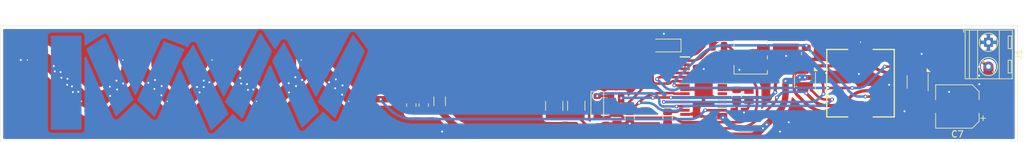
<source format=kicad_pcb>
(kicad_pcb (version 20240108) (generator "pcbnew") (generator_version "8.0")
  (layers (0 "F.Cu" signal) (31 "B.Cu" signal) (34 "B.Paste" user) (35 "F.Paste" user) (36 "B.SilkS" user "B.Silkscreen") (37 "F.SilkS" user "F.Silkscreen") (38 "B.Mask" user) (39 "F.Mask" user) (44 "Edge.Cuts" user))
  (net 0 "")
  (net 1 "Net-(LED1-K_1)")
  (net 2 "Net-(LED1-A_1)")
  (net 3 "Net-(LED2-A_1)")
  (net 4 "Net-(LED3-A_1)")
  (net 5 "Net-(LED5-A_1)")
  (net 6 "Net-(LED6-A_1)")
  (net 7 "Net-(LED7-A_1)")
  (net 8 "Net-(D1-A)")
  (net 9 "GND")
  (net 10 "Net-(C5-Pad1)")
  (net 11 "Net-(IC1-COMP1)")
  (net 12 "+24V")
  (net 13 "Net-(D1-K)")
  (net 14 "Net-(D2-K)")
  (net 15 "Net-(IC1-CSP)")
  (net 16 "Net-(IC1-ISN)")
  (net 17 "Net-(IC1-DH2)")
  (net 18 "Net-(IC1-ICTRL)")
  (net 20 "Net-(IC1-LX1)")
  (net 21 "Net-(IC1-LX2)")
  (net 23 "Net-(IC1-INN)")
  (net 27 "Net-(IC1-DL2)")
  (net 28 "Net-(IC1-DL1)")
  (net 29 "Net-(IC1-DH1)")
  (net 30 "+12V")
  (net 32 "Net-(Q1B-S2)")
  (footprint "LED_SMD:SPMWHD32AMH0XAR0PR" (layer "F.Cu") (at 145.775 90.35 90)
    (property "Reference" "LED1" (hide yes))
    (property "Value" "SPMWHD32AMH0XAR0PR" (hide yes))
  )
  (footprint "Resistor_SMD:R_0805_2012Metric" (layer "F.Cu") (at 226.35 95.95 -90)
    (property "Reference" "R4" (hide yes))
    (property "Value" "100")
  )
  (footprint "Resistor_SMD:R_1210_3225Metric" (layer "F.Cu") (at 197.69 97.5675 -90)
    (property "Reference" "R1" (hide yes))
    (property "Value" "0.02")
  )
  (footprint "LED_SMD:SPMWHD32AMH0XAR0PR" (layer "F.Cu") (at 125.275 96.85 90)
    (property "Reference" "LED6" (hide yes))
    (property "Value" "SPMWHD32AMH0XAR0PR" (hide yes))
  )
  (footprint "Resistor_SMD:R_0805_2012Metric" (layer "F.Cu") (at 177.195 97.44 -90)
    (property "Reference" "RLED1" (hide yes))
    (property "Value" "2")
  )
  (footprint "Package_SON:Fairchild_DualPower33-6_3x3mm" (layer "F.Cu") (at 237.075 93.66 -90)
    (property "Reference" "Q1" (hide yes))
    (property "Value" "FDMC8032L")
  )
  (footprint "LED_SMD:SPMWHD32AMH0XAR0PR" (layer "F.Cu") (at 159.775 90.35 90)
    (property "Reference" "LED3" (hide yes))
    (property "Value" "SPMWHD32AMH0XAR0PR" (hide yes))
  )
  (footprint "LED_SMD:SPMWHD32AMH0XAR0PR" (layer "F.Cu") (at 167.275 96.85 90)
    (property "Reference" "LED4" (hide yes))
    (property "Value" "SPMWHD32AMH0XAR0PR" (hide yes))
  )
  (footprint "Capacitor_SMD:CAPC2012X140N" (layer "F.Cu") (at 256.2 89.4 180)
    (property "Reference" "C4" (hide yes))
    (property "Value" "1uF" (hide yes))
  )
  (footprint "Resistor_SMD:R_0805_2012Metric" (layer "F.Cu") (at 175.2375 97.4375 -90)
    (property "Reference" "RLED2" (hide yes))
    (property "Value" "2" (hide yes))
  )
  (footprint "Capacitor_SMD:C_1206_3216Metric" (layer "F.Cu") (at 179.69 96.85 90)
    (property "Reference" "COUT1" (hide yes))
    (property "Value" "10u")
  )
  (footprint "Resistor_SMD:R_0805_2012Metric" (layer "F.Cu") (at 223.45 88.2)
    (property "Reference" "R5" (hide yes))
    (property "Value" "100k")
  )
  (footprint "Diode_SMD:D_SOD-123" (layer "F.Cu") (at 204.45 97.675 -90)
    (property "Reference" "D1" (hide yes))
    (property "Value" "D")
  )
  (footprint "3rdparty:CAPC2012X140N" (layer "F.Cu") (at 228.275 95.95 -90)
    (property "Reference" "C6" (hide yes))
    (property "Value" "1.5n" (hide yes))
  )
  (footprint "Resistor_SMD:R_1210_3225Metric" (layer "F.Cu") (at 201.15 97.5475 -90)
    (property "Reference" "R3" (hide yes))
    (property "Value" "0.02")
  )
  (footprint "Capacitor_SMD:CAPC2012X140N" (layer "F.Cu") (at 207.4 96.35 180)
    (property "Reference" "C2" (hide yes))
    (property "Value" "0.1u" (hide yes))
  )
  (footprint "LED_SMD:SPMWHD32AMH0XAR0PR" (layer "F.Cu") (at 116.775 90.35 90)
    (property "Reference" "LED5" (hide yes))
    (property "Value" "SPMWHD32AMH0XAR0PR" (hide yes))
  )
  (footprint "LED_SMD:SOP65P640X110-29N" (layer "F.Cu") (at 221.162 94.675)
    (property "Reference" "IC1" (hide yes))
    (property "Value" "MAX25603AUI_V+" (hide yes))
  )
  (footprint "Potentiometer_SMD:Potentiometer_Vishay_TS53YJ_Vertical" (layer "F.Cu") (at 228.55 89.95)
    (property "Reference" "RV1" (hide yes))
    (property "Value" "10k")
  )
  (footprint "3rdparty:CAPC2012X140N" (layer "F.Cu") (at 226.7 98.6)
    (property "Reference" "C5" (hide yes))
    (property "Value" "0.1u" (hide yes))
  )
  (footprint "Inductor_SMD_Wurth:7843332000" (layer "F.Cu") (at 245.8 94 -90)
    (property "Reference" "L1" (hide yes))
    (property "Value" "20u" (hide yes))
  )
  (footprint "Package_SON:Fairchild_DualPower33-6_3x3mm" (layer "F.Cu") (at 254.775 93.81 -90)
    (property "Reference" "Q2" (hide yes))
    (property "Value" "FDMC8032L")
  )
  (footprint "Resistor_SMD:R_0805_2012Metric" (layer "F.Cu") (at 209.55 99.425 -90)
    (property "Reference" "RDL1" (hide yes))
    (property "Value" "10k")
  )
  (footprint "Resistor_SMD:R_0805_2012Metric" (layer "F.Cu") (at 237.28 89.34 -90)
    (property "Reference" "RDL2" (hide yes))
    (property "Value" "10k" (hide yes))
  )
  (footprint "LED_SMD:SPMWHD32AMH0XAR0PR" (layer "F.Cu") (at 138.775 96.85 90)
    (property "Reference" "LED8" (hide yes))
    (property "Value" "SPMWHD32AMH0XAR0PR" (hide yes))
  )
  (footprint "Capacitor_SMD:CP_Elec_6.3x5.4" (layer "F.Cu") (at 261.02 97.66 180)
    (property "Reference" "C7")
    (property "Value" "68uF")
  )
  (footprint "3rdparty:CAPC2012X140N" (layer "F.Cu") (at 207.55 99.6 -90)
    (property "Reference" "C1" (hide yes))
    (property "Value" "2.2u" (hide yes))
  )
  (footprint "LED_SMD:SPMWHD32AMH0XAR0PR" (layer "F.Cu") (at 131.775 90.35 90)
    (property "Reference" "LED7" (hide yes))
    (property "Value" "SPMWHD32AMH0XAR0PR" (hide yes))
  )
  (footprint "Diode_SMD:D_SOD-123" (layer "F.Cu") (at 215.25 88.075 180)
    (property "Reference" "D2" (hide yes))
    (property "Value" "D")
  )
  (footprint "LED_SMD:SPMWHD32AMH0XAR0PR" (layer "F.Cu") (at 152.775 96.85 90)
    (property "Reference" "LED2" (hide yes))
    (property "Value" "SPMWHD32AMH0XAR0PR" (hide yes))
  )
  (footprint "Capacitor_SMD:CAPC2012X140N" (layer "F.Cu") (at 215.4 90.875 90)
    (property "Reference" "C3" (hide yes))
    (property "Value" "0.1u" (hide yes))
  )
  (footprint "Resistor_SMD:R_0805_2012Metric" (layer "F.Cu") (at 215.5 99.4125 -90)
    (property "Reference" "R2" (hide yes))
    (property "Value" "1.27k")
  )
  (footprint "TerminalBlock_MetzConnect:TerminalBlock_MetzConnect_Type086_RT03402HBLC_1x02_P3.81mm_Horizontal" (layer "F.Cu") (at 265.9 87.58 -90)
    (property "Reference" "J1")
    (property "Value" "Screw_Terminal_01x02")
  )
  (gr_rect (start 223.375 98.775) (end 224.775 99.6) (stroke (width 0.2)) (fill solid) (layer "F.Cu") (net 12))
  (gr_rect (start 118.725 86.65) (end 123.325 101.2) (stroke (width 0.2)) (fill solid) (layer "B.Cu") (net 5))
  (gr_poly (pts (xy 153.277798 88.999079) (xy 151.527798 86.249079) (xy 146.077798 96.949079) (xy 148.677798 99.449079)) (stroke (width 0.2)) (fill solid) (layer "B.Cu") (net 2))
  (gr_poly (pts (xy 139.475 88.7) (xy 136.425 87.55) (xy 132.275 96.65) (xy 134.875 99.15)) (stroke (width 0.2)) (fill solid) (layer "B.Cu") (net 7))
  (gr_poly (pts (xy 124.275 88.65) (xy 127.075 86.8) (xy 131.475 96.6) (xy 128.875 99.1)) (stroke (width 0.2)) (fill solid) (layer "B.Cu") (net 6))
  (gr_poly (pts (xy 153.475 90.45) (xy 155.225 87.7) (xy 160.675 98.4) (xy 158.075 100.9)) (stroke (width 0.2)) (fill solid) (layer "B.Cu") (net 3))
  (gr_poly (pts (xy 167.825 88.95) (xy 166.08 86.55) (xy 160.625 96.9) (xy 163.225 99.4)) (stroke (width 0.2)) (fill solid) (layer "B.Cu") (net 4))
  (gr_poly (pts (xy 139.225 90.85) (xy 140.975 88.1) (xy 146.425 98.8) (xy 143.825 101.3)) (stroke (width 0.2)) (fill solid) (layer "B.Cu") (net 1))
  (gr_rect (start 110.65 85) (end 270.5 103.25) (stroke (width 0.05)) (fill none) (layer "Edge.Cuts"))
  (segment (start 144.7 91.2) (end 144.7 90.35) (width 2) (layer "F.Cu") (net 1))
  (segment (start 144.098959 92.65104) (end 139.9 96.85) (width 2) (layer "F.Cu") (net 1))
  (via (at 143.525 93.85) (size 0.6) (drill 0.3) (layers "F.Cu" "B.Cu") (net 1))
  (via (at 141.975 95.45) (size 0.6) (drill 0.3) (layers "F.Cu" "B.Cu") (net 1))
  (via (at 141.575 94.6) (size 0.6) (drill 0.3) (layers "F.Cu" "B.Cu") (net 1))
  (via (at 142.625 93.6) (size 0.6) (drill 0.3) (layers "F.Cu" "B.Cu") (net 1))
  (via (at 142.625 94.6) (size 0.6) (drill 0.3) (layers "F.Cu" "B.Cu") (net 1))
  (arc (start 144.7 91.2) (mid 144.543794 91.985297) (end 144.098959 92.65104) (width 2) (layer "F.Cu") (net 1))
  (segment (start 147.518718 92.718718) (end 151.65 96.85) (width 2) (layer "F.Cu") (net 2))
  (segment (start 146.9 91.225) (end 146.9 90.35) (width 2) (layer "F.Cu") (net 2))
  (via (at 148.375 93.2) (size 0.6) (drill 0.3) (layers "F.Cu" "B.Cu") (net 2))
  (via (at 148.525 94.05) (size 0.6) (drill 0.3) (layers "F.Cu" "B.Cu") (net 2))
  (via (at 149.425 94.15) (size 0.6) (drill 0.3) (layers "F.Cu" "B.Cu") (net 2))
  (via (at 149.575 95.05) (size 0.6) (drill 0.3) (layers "F.Cu" "B.Cu") (net 2))
  (via (at 150.425 95) (size 0.6) (drill 0.3) (layers "F.Cu" "B.Cu") (net 2))
  (arc (start 146.9 91.225) (mid 147.060799 92.033394) (end 147.518718 92.718718) (width 2) (layer "F.Cu") (net 2))
  (segment (start 158.65 91.225) (end 158.65 90.35) (width 2) (layer "F.Cu") (net 3))
  (segment (start 158.031281 92.718718) (end 153.9 96.85) (width 2) (layer "F.Cu") (net 3))
  (via (at 157.125 94.45) (size 0.6) (drill 0.3) (layers "F.Cu" "B.Cu") (net 3))
  (via (at 156.025 95.45) (size 0.6) (drill 0.3) (layers "F.Cu" "B.Cu") (net 3))
  (via (at 155.975 94) (size 0.6) (drill 0.3) (layers "F.Cu" "B.Cu") (net 3))
  (via (at 158.075 93.5) (size 0.6) (drill 0.3) (layers "F.Cu" "B.Cu") (net 3))
  (via (at 157.025 93.05) (size 0.6) (drill 0.3) (layers "F.Cu" "B.Cu") (net 3))
  (arc (start 158.031281 92.718718) (mid 158.4892 92.033394) (end 158.65 91.225) (width 2) (layer "F.Cu") (net 3))
  (segment (start 160.9 90.975) (end 160.9 90.35) (width 2) (layer "F.Cu") (net 4))
  (segment (start 162.394654 93.094654) (end 166.15 96.85) (width 2) (layer "F.Cu") (net 4))
  (segment (start 161.692845 92.392845) (end 162.394654 93.094654) (width 2) (layer "F.Cu") (net 4))
  (segment (start 161.341941 92.041941) (end 161.692845 92.392845) (width 2) (layer "F.Cu") (net 4))
  (via (at 164.425 94.35) (size 0.6) (drill 0.3) (layers "F.Cu" "B.Cu") (net 4))
  (via (at 163.275 94.8) (size 0.6) (drill 0.3) (layers "F.Cu" "B.Cu") (net 4))
  (via (at 163.375 93.4) (size 0.6) (drill 0.3) (layers "F.Cu" "B.Cu") (net 4))
  (via (at 162.325 93.85) (size 0.6) (drill 0.3) (layers "F.Cu" "B.Cu") (net 4))
  (via (at 164.375 95.8) (size 0.6) (drill 0.3) (layers "F.Cu" "B.Cu") (net 4))
  (arc (start 161.341941 92.041941) (mid 161.014856 91.552424) (end 160.9 90.975) (width 2) (layer "F.Cu") (net 4))
  (segment (start 117.988388 90.688388) (end 124.15 96.85) (width 2) (layer "F.Cu") (net 5))
  (segment (start 117.9 90.475) (end 117.9 90.35) (width 2) (layer "F.Cu") (net 5))
  (via (at 119.225 92.15) (size 0.6) (drill 0.3) (layers "F.Cu" "B.Cu") (net 5))
  (via (at 122.925 95.35) (size 0.6) (drill 0.3) (layers "F.Cu" "B.Cu") (net 5))
  (via (at 119.075 91.3) (size 0.6) (drill 0.3) (layers "F.Cu" "B.Cu") (net 5))
  (via (at 121.225 93.3) (size 0.6) (drill 0.3) (layers "F.Cu" "B.Cu") (net 5))
  (via (at 121.925 94.5) (size 0.6) (drill 0.3) (layers "F.Cu" "B.Cu") (net 5))
  (via (at 121.175 94.25) (size 0.6) (drill 0.3) (layers "F.Cu" "B.Cu") (net 5))
  (via (at 122.075 95.4) (size 0.6) (drill 0.3) (layers "F.Cu" "B.Cu") (net 5))
  (via (at 120.125 92.25) (size 0.6) (drill 0.3) (layers "F.Cu" "B.Cu") (net 5))
  (via (at 120.275 93.15) (size 0.6) (drill 0.3) (layers "F.Cu" "B.Cu") (net 5))
  (arc (start 117.9 90.475) (mid 117.922971 90.590484) (end 117.988388 90.688388) (width 2) (layer "F.Cu") (net 5))
  (segment (start 130.7 91.45) (end 130.7 90.35) (width 2) (layer "F.Cu") (net 6))
  (segment (start 129.922182 93.327817) (end 126.4 96.85) (width 2) (layer "F.Cu") (net 6))
  (via (at 127.925 96) (size 0.6) (drill 0.3) (layers "F.Cu" "B.Cu") (net 6))
  (via (at 129.025 95) (size 0.6) (drill 0.3) (layers "F.Cu" "B.Cu") (net 6))
  (via (at 129.975 94.05) (size 0.6) (drill 0.3) (layers "F.Cu" "B.Cu") (net 6))
  (via (at 128.925 93.6) (size 0.6) (drill 0.3) (layers "F.Cu" "B.Cu") (net 6))
  (via (at 127.875 94.55) (size 0.6) (drill 0.3) (layers "F.Cu" "B.Cu") (net 6))
  (arc (start 130.7 91.45) (mid 130.497851 92.466267) (end 129.922182 93.327817) (width 2) (layer "F.Cu") (net 6))
  (segment (start 132.9 91.225) (end 132.9 90.35) (width 2) (layer "F.Cu") (net 7))
  (segment (start 133.518718 92.718718) (end 137.65 96.85) (width 2) (layer "F.Cu") (net 7))
  (via (at 134.875 94.9) (size 0.6) (drill 0.3) (layers "F.Cu" "B.Cu") (net 7))
  (via (at 135.975 95.9) (size 0.6) (drill 0.3) (layers "F.Cu" "B.Cu") (net 7))
  (via (at 133.925 93.95) (size 0.6) (drill 0.3) (layers "F.Cu" "B.Cu") (net 7))
  (via (at 134.975 93.5) (size 0.6) (drill 0.3) (layers "F.Cu" "B.Cu") (net 7))
  (via (at 136.025 94.45) (size 0.6) (drill 0.3) (layers "F.Cu" "B.Cu") (net 7))
  (arc (start 133.518718 92.718718) (mid 133.060799 92.033394) (end 132.9 91.225) (width 2) (layer "F.Cu") (net 7))
  (segment (start 213.025 88.65) (end 213.6 88.075) (width 0.4) (layer "F.Cu") (net 8))
  (segment (start 227.279547 93.05) (end 224.1 93.05) (width 0.4) (layer "F.Cu") (net 8))
  (segment (start 207.919769 98.504064) (end 208.73023 97.693603) (width 0.4) (layer "F.Cu") (net 8))
  (segment (start 208.73023 97.693603) (end 210.856207 95.567626) (width 0.4) (layer "F.Cu") (net 8))
  (segment (start 208.325 99.11772) (end 208.325 98.671917) (width 0.4) (layer "F.Cu") (net 8))
  (segment (start 214.782672 99.4125) (end 216.233686 99.4125) (width 0.4) (layer "F.Cu") (net 8))
  (segment (start 207.34629 98.84) (end 207.212946 98.84) (width 0.4) (layer "F.Cu") (net 8))
  (segment (start 217.953813 100.125) (end 226.562563 100.125) (width 0.4) (layer "F.Cu") (net 8))
  (segment (start 214.752495 99.425) (end 208.632279 99.425) (width 0.4) (layer "F.Cu") (net 8))
  (segment (start 206.042053 99.325) (end 204.45 99.325) (width 0.4) (layer "F.Cu") (net 8))
  (segment (start 207.919769 98.504064) (end 207.751801 98.672032) (width 0.4) (layer "F.Cu") (net 8))
  (segment (start 229.55 97.137563) (end 229.55 95.320452) (width 0.4) (layer "F.Cu") (net 8))
  (segment (start 212.45 90.038172) (end 212.45 91.71987) (width 0.4) (layer "F.Cu") (net 8))
  (arc (start 208.415 99.335) (mid 208.34839 99.235311) (end 208.325 99.11772) (width 0.4) (layer "F.Cu") (net 8))
  (arc (start 214.782672 99.4125) (mid 214.774506 99.414124) (end 214.767584 99.41875) (width 0.4) (layer "F.Cu") (net 8))
  (arc (start 207.919769 98.504064) (mid 208.178462 98.452607) (end 208.325 98.671917) (width 0.4) (layer "F.Cu") (net 8))
  (arc (start 208.415 99.335) (mid 208.514688 99.401609) (end 208.632279 99.425) (width 0.4) (layer "F.Cu") (net 8))
  (arc (start 208.73023 97.693603) (mid 208.430315 98.142457) (end 208.325 98.671917) (width 0.4) (layer "F.Cu") (net 8))
  (arc (start 207.212946 98.84) (mid 206.896105 98.903023) (end 206.6275 99.0825) (width 0.4) (layer "F.Cu") (net 8))
  (arc (start 207.751801 98.672032) (mid 207.565751 98.796346) (end 207.34629 98.84) (width 0.4) (layer "F.Cu") (net 8))
  (arc (start 214.752495 99.425) (mid 214.760661 99.423375) (end 214.767584 99.41875) (width 0.4) (layer "F.Cu") (net 8))
  (arc (start 229.55 97.137563) (mid 229.322594 98.280805) (end 228.675 99.25) (width 0.4) (layer "F.Cu") (net 8))
  (arc (start 228.885 93.715) (mid 229.377172 94.451587) (end 229.55 95.320452) (width 0.4) (layer "F.Cu") (net 8))
  (arc (start 217.953813 100.125) (mid 217.48835 100.032413) (end 217.09375 99.76875) (width 0.4) (layer "F.Cu") (net 8))
  (arc (start 228.885 93.715) (mid 228.148412 93.222827) (end 227.279547 93.05) (width 0.4) (layer "F.Cu") (net 8))
  (arc (start 212.45 90.038172) (mid 212.599437 89.286898) (end 213.025 88.65) (width 0.4) (layer "F.Cu") (net 8))
  (arc (start 217.09375 99.76875) (mid 216.699149 99.505086) (end 216.233686 99.4125) (width 0.4) (layer "F.Cu") (net 8))
  (arc (start 206.6275 99.0825) (mid 206.358894 99.261976) (end 206.042053 99.325) (width 0.4) (layer "F.Cu") (net 8))
  (arc (start 226.562563 100.125) (mid 227.705805 99.897594) (end 228.675 99.25) (width 0.4) (layer "F.Cu") (net 8))
  (arc (start 212.45 91.71987) (mid 212.035786 93.80226) (end 210.856207 95.567626) (width 0.4) (layer "F.Cu") (net 8))
  (segment (start 220.60719 95) (end 218.224 95) (width 0.4) (layer "F.Cu") (net 9))
  (segment (start 223.4435 96.3) (end 224.1 96.3) (width 0.4) (layer "F.Cu") (net 9))
  (segment (start 221.3245 94.8375) (end 222.322784 95.835784) (width 0.4) (layer "F.Cu") (net 9))
  (segment (start 113.917071 90.35) (end 116.275 90.35) (width 0.5) (layer "F.Cu") (net 9))
  (segment (start 222.73 92.189579) (end 222.73 93.455) (width 0.4) (layer "F.Cu") (net 9))
  (segment (start 222.826429 93.7) (end 224.1 93.7) (width 0.4) (layer "F.Cu") (net 9))
  (segment (start 220.304809 97.95669) (end 219.763666 98.497832) (width 0.4) (layer "F.Cu") (net 9))
  (segment (start 221.6495 94.1875) (end 221.3245 94.5125) (width 0.4) (layer "F.Cu") (net 9))
  (segment (start 113.905 90.355) (end 113.9 90.36) (width 0.5) (layer "F.Cu") (net 9))
  (segment (start 223.169579 91.75) (end 224.1 91.75) (width 0.4) (layer "F.Cu") (net 9))
  (segment (start 218.79275 98.9) (end 218.224 98.9) (width 0.4) (layer "F.Cu") (net 9))
  (segment (start 227.5 98.6) (end 227.89493 98.205069) (width 0.4) (layer "F.Cu") (net 9))
  (segment (start 220.9995 94.8375) (end 221.3245 94.5125) (width 0.4) (layer "F.Cu") (net 9))
  (segment (start 228.275 97.2875) (end 228.275 96.75) (width 0.4) (layer "F.Cu") (net 9))
  (segment (start 221.162 94.904809) (end 221.162 95.88725) (width 0.4) (layer "F.Cu") (net 9))
  (via (at 226.77 91.9) (size 0.6) (drill 0.3) (layers "F.Cu" "B.Cu") (net 9))
  (via (at 264.45 92.8) (size 0.6) (drill 0.3) (layers "F.Cu" "B.Cu") (net 9))
  (via (at 264.45 91.4) (size 0.6) (drill 0.3) (layers "F.Cu" "B.Cu") (net 9))
  (via (at 252.71 98.41) (size 0.6) (drill 0.3) (layers "F.Cu" "B.Cu") (net 9))
  (via (at 227.5 98.6) (size 0.6) (drill 0.3) (layers "F.Cu" "B.Cu") (net 9))
  (via (at 180.08 101.6) (size 0.6) (drill 0.3) (layers "F.Cu" "B.Cu") (net 9))
  (via (at 214.91 86.24) (size 0.6) (drill 0.3) (layers "F.Cu" "B.Cu") (net 9))
  (via (at 221.175 91.775) (size 0.6) (drill 0.3) (layers "F.Cu" "B.Cu") (net 9))
  (via (at 233.16 101.6) (size 0.6) (drill 0.3) (layers "F.Cu" "B.Cu") (net 9))
  (via (at 240.4 92.4) (size 0.6) (drill 0.3) (layers "F.Cu" "B.Cu") (net 9))
  (via (at 209.55 100.3375) (size 0.6) (drill 0.3) (layers "F.Cu" "B.Cu") (net 9))
  (via (at 234.12 89.72) (size 0.6) (drill 0.3) (layers "F.Cu" "B.Cu") (net 9))
  (via (at 245.55 92.55) (size 0.6) (drill 0.3) (layers "F.Cu" "B.Cu") (net 9))
  (via (at 113.9 90.36) (size 0.6) (drill 0.3) (layers "F.Cu" "B.Cu") (net 9))
  (via (at 234.53 100.14) (size 0.6) (drill 0.3) (layers "F.Cu" "B.Cu") (net 9))
  (via (at 259.72 95.37) (size 0.6) (drill 0.3) (layers "F.Cu" "B.Cu") (net 9))
  (via (at 255.4 89.4) (size 0.6) (drill 0.3) (layers "F.Cu" "B.Cu") (net 9))
  (via (at 250.3 94.25) (size 0.6) (drill 0.3) (layers "F.Cu" "B.Cu") (net 9))
  (via (at 264.45 94.15) (size 0.6) (drill 0.3) (layers "F.Cu" "B.Cu") (net 9))
  (arc (start 222.85875 91.87875) (mid 222.763461 92.021359) (end 222.73 92.189579) (width 0.4) (layer "F.Cu") (net 9))
  (arc (start 221.162 94.904809) (mid 221.220762 94.816865) (end 221.3245 94.8375) (width 0.4) (layer "F.Cu") (net 9))
  (arc (start 228.275 97.2875) (mid 228.176223 97.784085) (end 227.89493 98.205069) (width 0.4) (layer "F.Cu") (net 9))
  (arc (start 220.304809 97.95669) (mid 220.939223 97.007222) (end 221.162 95.88725) (width 0.4) (layer "F.Cu") (net 9))
  (arc (start 220.9995 94.8375) (mid 220.819506 94.957767) (end 220.60719 95) (width 0.4) (layer "F.Cu") (net 9))
  (arc (start 222.322784 95.835784) (mid 222.836972 96.179354) (end 223.4435 96.3) (width 0.4) (layer "F.Cu") (net 9))
  (arc (start 221.3245 94.8375) (mid 221.303865 94.733762) (end 221.391809 94.675) (width 0.4) (layer "F.Cu") (net 9))
  (arc (start 221.162 94.904809) (mid 221.103237 94.816865) (end 220.9995 94.8375) (width 0.4) (layer "F.Cu") (net 9))
  (arc (start 113.905 90.355) (mid 113.910538 90.351299) (end 113.917071 90.35) (width 0.5) (layer "F.Cu") (net 9))
  (arc (start 221.391809 94.675) (mid 221.303865 94.616237) (end 221.3245 94.5125) (width 0.4) (layer "F.Cu") (net 9))
  (arc (start 222.85875 91.87875) (mid 223.001359 91.783461) (end 223.169579 91.75) (width 0.4) (layer "F.Cu") (net 9))
  (arc (start 222.826429 93.7) (mid 222.189479 93.826697) (end 221.6495 94.1875) (width 0.4) (layer "F.Cu") (net 9))
  (arc (start 219.763666 98.497832) (mid 219.318206 98.795479) (end 218.79275 98.9) (width 0.4) (layer "F.Cu") (net 9))
  (segment (start 226.35 98.718933) (end 226.35 96.8625) (width 0.4) (layer "F.Cu") (net 10))
  (segment (start 226.275 98.9) (end 226.2 98.975) (width 0.4) (layer "F.Cu") (net 10))
  (arc (start 226.275 98.9) (mid 226.330508 98.816925) (end 226.35 98.718933) (width 0.4) (layer "F.Cu") (net 10))
  (segment (start 226.376516 95.0375) (end 227.825628 95.0375) (width 0.4) (layer "F.Cu") (net 11))
  (segment (start 227.93125 95.08125) (end 227.975 95.125) (width 0.4) (layer "F.Cu") (net 11))
  (segment (start 226.285983 95) (end 224.1 95) (width 0.4) (layer "F.Cu") (net 11))
  (arc (start 226.33125 95.01875) (mid 226.352018 95.032627) (end 226.376516 95.0375) (width 0.4) (layer "F.Cu") (net 11))
  (arc (start 227.93125 95.08125) (mid 227.88279 95.04887) (end 227.825628 95.0375) (width 0.4) (layer "F.Cu") (net 11))
  (arc (start 226.33125 95.01875) (mid 226.310481 95.004872) (end 226.285983 95) (width 0.4) (layer "F.Cu") (net 11))
  (segment (start 234.025 95.5875) (end 234.025 93.65) (width 1) (layer "F.Cu") (net 12))
  (segment (start 230.759002 100.790997) (end 230.190997 101.359002) (width 1) (layer "F.Cu") (net 12))
  (segment (start 232.65498 98.895019) (end 231.06 100.49) (width 1) (layer "F.Cu") (net 12))
  (segment (start 177.192241 98.350625) (end 177.195258 98.351875) (width 1) (layer "F.Cu") (net 12))
  (segment (start 179.74 98.3525) (end 177.198399 98.3525) (width 1) (layer "F.Cu") (net 12))
  (segment (start 228.441579 102.25) (end 186.308656 102.25) (width 1) (layer "F.Cu") (net 12))
  (segment (start 181.453707 100.066207) (end 179.74 98.3525) (width 1) (layer "F.Cu") (net 12))
  (segment (start 231.06 100.49) (end 230.759002 100.790997) (width 1) (layer "F.Cu") (net 12))
  (segment (start 185.596463 101.955) (end 185.301463 101.66) (width 1) (layer "F.Cu") (net 12))
  (segment (start 229.906995 101.643005) (end 230.190997 101.359002) (width 1) (layer "F.Cu") (net 12))
  (segment (start 177.189098 98.35) (end 175.2375 98.35) (width 1) (layer "F.Cu") (net 12))
  (via (at 234.025 93.65) (size 0.6) (drill 0.3) (layers "F.Cu" "B.Cu") (net 12))
  (via (at 230.47 101.08) (size 0.6) (drill 0.3) (layers "F.Cu" "B.Cu") (net 12))
  (via (at 236.25 93.11) (size 0.6) (drill 0.3) (layers "F.Cu" "B.Cu") (net 12))
  (via (at 224.2 99.425) (size 0.6) (drill 0.3) (layers "F.Cu" "B.Cu") (net 12))
  (via (at 231.06 100.49) (size 0.6) (drill 0.3) (layers "F.Cu" "B.Cu") (net 12))
  (via (at 237.075 93.11) (size 0.6) (drill 0.3) (layers "F.Cu" "B.Cu") (net 12))
  (arc (start 177.192241 98.350625) (mid 177.1907 98.350157) (end 177.189098 98.35) (width 1) (layer "F.Cu") (net 12))
  (arc (start 177.195258 98.351875) (mid 177.196798 98.352342) (end 177.198399 98.3525) (width 1) (layer "F.Cu") (net 12))
  (arc (start 232.65498 98.895019) (mid 233.668943 97.377516) (end 234.025 95.5875) (width 1) (layer "F.Cu") (net 12))
  (arc (start 229.906995 101.643005) (mid 229.234656 102.092247) (end 228.441579 102.25) (width 1) (layer "F.Cu") (net 12))
  (arc (start 181.453707 100.066207) (mid 183.219072 101.245786) (end 185.301463 101.66) (width 1) (layer "F.Cu") (net 12))
  (arc (start 185.596463 101.955) (mid 185.923219 102.173331) (end 186.308656 102.25) (width 1) (layer "F.Cu") (net 12))
  (segment (start 231.06 100.49) (end 230.47 101.08) (width 1) (layer "B.Cu") (net 12))
  (segment (start 230.46 101.09) (end 230.47 101.08) (width 1) (layer "B.Cu") (net 12))
  (segment (start 234.025 93.65) (end 235.328162 93.65) (width 1) (layer "B.Cu") (net 12))
  (segment (start 224.2 99.425) (end 225.0375 100.2625) (width 1) (layer "B.Cu") (net 12))
  (segment (start 230.435857 101.1) (end 227.059403 101.1) (width 1) (layer "B.Cu") (net 12))
  (segment (start 236.25 93.11) (end 235.98 93.38) (width 1) (layer "B.Cu") (net 12))
  (segment (start 236.25 93.11) (end 237.075 93.11) (width 1) (layer "B.Cu") (net 12))
  (arc (start 235.98 93.38) (mid 235.680934 93.579829) (end 235.328162 93.65) (width 1) (layer "B.Cu") (net 12))
  (arc (start 225.0375 100.2625) (mid 225.965157 100.88234) (end 227.059403 101.1) (width 1) (layer "B.Cu") (net 12))
  (arc (start 230.46 101.09) (mid 230.448923 101.097401) (end 230.435857 101.1) (width 1) (layer "B.Cu") (net 12))
  (segment (start 206.04519 96.025) (end 204.45 96.025) (width 0.4) (layer "F.Cu") (net 13))
  (segment (start 216.9 97.625) (end 216.875 97.65) (width 0.4) (layer "F.Cu") (net 13))
  (segment (start 216.960355 97.6) (end 218.224 97.6) (width 0.4) (layer "F.Cu") (net 13))
  (segment (start 206.4375 96.1875) (end 206.6 96.35) (width 0.4) (layer "F.Cu") (net 13))
  (via (at 216.875 97.65) (size 0.6) (drill 0.3) (layers "F.Cu" "B.Cu") (net 13))
  (via (at 204.45 96.025) (size 0.6) (drill 0.3) (layers "F.Cu" "B.Cu") (net 13))
  (arc (start 216.960355 97.6) (mid 216.927691 97.606497) (end 216.9 97.625) (width 0.4) (layer "F.Cu") (net 13))
  (arc (start 206.04519 96.025) (mid 206.257506 96.067232) (end 206.4375 96.1875) (width 0.4) (layer "F.Cu") (net 13))
  (segment (start 205.17552 95.6) (end 212.945191 95.6) (width 0.4) (layer "B.Cu") (net 13))
  (segment (start 204.45 96.025) (end 204.6625 95.8125) (width 0.4) (layer "B.Cu") (net 13))
  (segment (start 214.840165 97.65) (end 216.875 97.65) (width 0.4) (layer "B.Cu") (net 13))
  (segment (start 214.2 97.009834) (end 214.2 96.805025) (width 0.4) (layer "B.Cu") (net 13))
  (segment (start 213.867677 96.002727) (end 213.832475 95.967525) (width 0.4) (layer "B.Cu") (net 13))
  (arc (start 214.840165 97.65) (mid 214.595184 97.60127) (end 214.3875 97.4625) (width 0.4) (layer "B.Cu") (net 13))
  (arc (start 213.867677 96.002727) (mid 214.113632 96.370824) (end 214.2 96.805025) (width 0.4) (layer "B.Cu") (net 13))
  (arc (start 205.17552 95.6) (mid 204.897875 95.655226) (end 204.6625 95.8125) (width 0.4) (layer "B.Cu") (net 13))
  (arc (start 212.945191 95.6) (mid 213.425385 95.695516) (end 213.832475 95.967525) (width 0.4) (layer "B.Cu") (net 13))
  (arc (start 214.2 97.009834) (mid 214.248729 97.254815) (end 214.3875 97.4625) (width 0.4) (layer "B.Cu") (net 13))
  (segment (start 216.9 89.874002) (end 216.9 88.075) (width 0.4) (layer "F.Cu") (net 14))
  (segment (start 215.557331 91.832331) (end 215.7625 92.0375) (width 0.4) (layer "F.Cu") (net 14))
  (segment (start 216.637652 92.4) (end 218.224 92.4) (width 0.4) (layer "F.Cu") (net 14))
  (segment (start 216.002331 91.517668) (end 216.372499 91.147499) (width 0.4) (layer "F.Cu") (net 14))
  (arc (start 215.7625 92.0375) (mid 216.164023 92.305789) (end 216.637652 92.4) (width 0.4) (layer "F.Cu") (net 14))
  (arc (start 215.6225 91.675) (mid 215.537352 91.731893) (end 215.557331 91.832331) (width 0.4) (layer "F.Cu") (net 14))
  (arc (start 215.6225 91.675) (mid 215.828063 91.63411) (end 216.002331 91.517668) (width 0.4) (layer "F.Cu") (net 14))
  (arc (start 216.9 89.874002) (mid 216.762906 90.563213) (end 216.372499 91.147499) (width 0.4) (layer "F.Cu") (net 14))
  (segment (start 216.838173 98.5) (end 215.5 98.5) (width 0.4) (layer "F.Cu") (net 15))
  (segment (start 217.441726 98.25) (end 218.224 98.25) (width 0.4) (layer "F.Cu") (net 15))
  (arc (start 217.13995 98.375) (mid 217.278406 98.282486) (end 217.441726 98.25) (width 0.4) (layer "F.Cu") (net 15))
  (arc (start 217.13995 98.375) (mid 217.001493 98.467513) (end 216.838173 98.5) (width 0.4) (layer "F.Cu") (net 15))
  (segment (start 221.4 98.25) (end 224.1 98.25) (width 0.4) (layer "F.Cu") (net 16))
  (segment (start 175.235732 96.525) (end 170.425 96.525) (width 1) (layer "F.Cu") (net 16))
  (segment (start 175.241767 96.5275) (end 177.195 96.5275) (width 1) (layer "F.Cu") (net 16))
  (segment (start 168.5625 96.6875) (end 168.4 96.85) (width 1) (layer "F.Cu") (net 16))
  (segment (start 168.954809 96.525) (end 170.425 96.525) (width 1) (layer "F.Cu") (net 16))
  (via (at 221.4 98.25) (size 0.6) (drill 0.3) (layers "F.Cu" "B.Cu") (net 16))
  (via (at 170.425 96.525) (size 0.6) (drill 0.3) (layers "F.Cu" "B.Cu") (net 16))
  (arc (start 168.5625 96.6875) (mid 168.742493 96.567232) (end 168.954809 96.525) (width 1) (layer "F.Cu") (net 16))
  (arc (start 175.23875 96.52625) (mid 175.237365 96.525324) (end 175.235732 96.525) (width 1) (layer "F.Cu") (net 16))
  (arc (start 175.23875 96.52625) (mid 175.240134 96.527175) (end 175.241767 96.5275) (width 1) (layer "F.Cu") (net 16))
  (segment (start 171.83125 98.10625) (end 170.3 96.575) (width 0.4) (layer "B.Cu") (net 16))
  (segment (start 221.4 98.25) (end 220.70625 98.94375) (width 0.4) (layer "B.Cu") (net 16))
  (segment (start 175.528014 99.6375) (end 219.031389 99.6375) (width 0.4) (layer "B.Cu") (net 16))
  (arc (start 175.528014 99.6375) (mid 173.527339 99.239541) (end 171.83125 98.10625) (width 0.4) (layer "B.Cu") (net 16))
  (arc (start 219.031389 99.6375) (mid 219.937817 99.4572) (end 220.70625 98.94375) (width 0.4) (layer "B.Cu") (net 16))
  (segment (start 214.9 96.95) (end 218.224 96.95) (width 0.4) (layer "F.Cu") (net 17))
  (segment (start 239.975 95.7) (end 239.975 94.806977) (width 0.4) (layer "F.Cu") (net 17))
  (segment (start 238.190523 92.27) (end 238.05 92.27) (width 0.4) (layer "F.Cu") (net 17))
  (segment (start 238.43041 92.369364) (end 239.343537 93.282491) (width 0.4) (layer "F.Cu") (net 17))
  (via (at 214.9 96.95) (size 0.6) (drill 0.3) (layers "F.Cu" "B.Cu") (net 17))
  (via (at 239.975 95.7) (size 0.6) (drill 0.3) (layers "F.Cu" "B.Cu") (net 17))
  (arc (start 239.975 94.806977) (mid 239.810888 93.981931) (end 239.343537 93.282491) (width 0.4) (layer "F.Cu") (net 17))
  (arc (start 238.43041 92.369364) (mid 238.320349 92.295823) (end 238.190523 92.27) (width 0.4) (layer "F.Cu") (net 17))
  (segment (start 239.975 95.7) (end 239.35 96.325) (width 0.4) (layer "B.Cu") (net 17))
  (segment (start 214.9 96.95) (end 237.841116 96.95) (width 0.4) (layer "B.Cu") (net 17))
  (arc (start 239.35 96.325) (mid 238.657718 96.787567) (end 237.841116 96.95) (width 0.4) (layer "B.Cu") (net 17))
  (segment (start 224.73125 88.2) (end 224.3625 88.2) (width 0.4) (layer "F.Cu") (net 18))
  (segment (start 225.194822 92.4) (end 224.1 92.4) (width 0.4) (layer "F.Cu") (net 18))
  (segment (start 225.2375 91.81875) (end 225.2375 92.357322) (width 0.4) (layer "F.Cu") (net 18))
  (segment (start 228.863172 88.85) (end 230.9 88.85) (width 0.4) (layer "F.Cu") (net 18))
  (segment (start 226.925 89.975) (end 227.475 89.425) (width 0.4) (layer "F.Cu") (net 18))
  (segment (start 226.875 89.975) (end 225.360745 88.460745) (width 0.4) (layer "F.Cu") (net 18))
  (segment (start 226.443933 90.056066) (end 225.630827 90.869171) (width 0.4) (layer "F.Cu") (net 18))
  (segment (start 226.7 89.95) (end 226.814644 89.95) (width 0.4) (layer "F.Cu") (net 18))
  (arc (start 225.225 92.3875) (mid 225.211154 92.396751) (end 225.194822 92.4) (width 0.4) (layer "F.Cu") (net 18))
  (arc (start 225.2375 91.81875) (mid 225.339722 91.304841) (end 225.630827 90.869171) (width 0.4) (layer "F.Cu") (net 18))
  (arc (start 226.875 89.975) (mid 226.9 89.985355) (end 226.925 89.975) (width 0.4) (layer "F.Cu") (net 18))
  (arc (start 224.73125 88.2) (mid 225.07193 88.267765) (end 225.360745 88.460745) (width 0.4) (layer "F.Cu") (net 18))
  (arc (start 226.875 89.975) (mid 226.9 89.985355) (end 226.925 89.975) (width 0.4) (layer "F.Cu") (net 18))
  (arc (start 227.475 89.425) (mid 228.111898 88.999437) (end 228.863172 88.85) (width 0.4) (layer "F.Cu") (net 18))
  (arc (start 226.875 89.975) (mid 226.847308 89.956497) (end 226.814644 89.95) (width 0.4) (layer "F.Cu") (net 18))
  (arc (start 226.443933 90.056066) (mid 226.561417 89.977565) (end 226.7 89.95) (width 0.4) (layer "F.Cu") (net 18))
  (arc (start 225.225 92.3875) (mid 225.234251 92.373654) (end 225.2375 92.357322) (width 0.4) (layer "F.Cu") (net 18))
  (segment (start 235.365 93.706403) (end 235.365 94.123596) (width 0.5) (layer "F.Cu") (net 20))
  (segment (start 217.114644 93.65) (end 216.549999 93.65) (width 0.4) (layer "F.Cu") (net 20))
  (segment (start 235.365 94.123596) (end 235.365 94.639424) (width 0.5) (layer "F.Cu") (net 20))
  (segment (start 235.868596 94.21) (end 237.075 94.21) (width 0.5) (layer "F.Cu") (net 20))
  (segment (start 236.019235 92.27) (end 236.75 92.27) (width 0.5) (layer "F.Cu") (net 20))
  (segment (start 236.958076 96.956924) (end 235.877245 95.876093) (width 0.5) (layer "F.Cu") (net 20))
  (segment (start 213.15 92.925) (end 213.15 93.530761) (width 0.4) (layer "F.Cu") (net 20))
  (segment (start 213.733363 91.516636) (end 215.09545 90.154549) (width 0.4) (layer "F.Cu") (net 20))
  (segment (start 215.56005 94.06005) (end 213.679288 94.06005) (width 0.4) (layer "F.Cu") (net 20))
  (segment (start 235.365 93.706403) (end 235.365 92.924235) (width 0.5) (layer "F.Cu") (net 20))
  (segment (start 217.235355 93.7) (end 218.224 93.7) (width 0.4) (layer "F.Cu") (net 20))
  (segment (start 240.804101 98.55) (end 245.8 98.55) (width 0.5) (layer "F.Cu") (net 20))
  (arc (start 236.019235 92.27) (mid 235.76887 92.3198) (end 235.556621 92.461621) (width 0.5) (layer "F.Cu") (net 20))
  (arc (start 215.2875 90.075) (mid 215.391436 90.054325) (end 215.479549 89.99545) (width 0.4) (layer "F.Cu") (net 20))
  (arc (start 217.114644 93.65) (mid 217.147308 93.656497) (end 217.175 93.675) (width 0.4) (layer "F.Cu") (net 20))
  (arc (start 216.055025 93.855025) (mid 215.827928 94.006765) (end 215.56005 94.06005) (width 0.4) (layer "F.Cu") (net 20))
  (arc (start 235.365 94.123596) (mid 235.418338 94.043769) (end 235.5125 94.0625) (width 0.5) (layer "F.Cu") (net 20))
  (arc (start 235.365 94.639424) (mid 235.498128 95.308704) (end 235.877245 95.876093) (width 0.5) (layer "F.Cu") (net 20))
  (arc (start 213.305025 93.905025) (mid 213.190289 93.733311) (end 213.15 93.530761) (width 0.4) (layer "F.Cu") (net 20))
  (arc (start 213.733363 91.516636) (mid 213.301611 92.162799) (end 213.15 92.925) (width 0.4) (layer "F.Cu") (net 20))
  (arc (start 215.2875 90.075) (mid 215.183563 90.095674) (end 215.09545 90.154549) (width 0.4) (layer "F.Cu") (net 20))
  (arc (start 217.175 93.675) (mid 217.202691 93.693502) (end 217.235355 93.7) (width 0.4) (layer "F.Cu") (net 20))
  (arc (start 235.365 93.706403) (mid 235.403334 93.899121) (end 235.5125 94.0625) (width 0.5) (layer "F.Cu") (net 20))
  (arc (start 216.055025 93.855025) (mid 216.282121 93.703284) (end 216.549999 93.65) (width 0.4) (layer "F.Cu") (net 20))
  (arc (start 213.305025 93.905025) (mid 213.476738 94.01976) (end 213.679288 94.06005) (width 0.4) (layer "F.Cu") (net 20))
  (arc (start 235.556621 92.461621) (mid 235.4148 92.67387) (end 235.365 92.924235) (width 0.5) (layer "F.Cu") (net 20))
  (arc (start 235.868596 94.21) (mid 235.675878 94.171665) (end 235.5125 94.0625) (width 0.5) (layer "F.Cu") (net 20))
  (arc (start 236.958076 96.956924) (mid 238.722647 98.135973) (end 240.804101 98.55) (width 0.5) (layer "F.Cu") (net 20))
  (segment (start 253.833198 94.36) (end 254.775 94.36) (width 0.5) (layer "F.Cu") (net 21))
  (segment (start 216.025 96.25) (end 216.05 96.275) (width 0.4) (layer "F.Cu") (net 21))
  (segment (start 216.110355 96.3) (end 218.224 96.3) (width 0.4) (layer "F.Cu") (net 21))
  (segment (start 232.410051 94.538724) (end 232.410051 95.449999) (width 0.5) (layer "F.Cu") (net 21))
  (segment (start 213.2 96.275) (end 213.175 96.3) (width 0.4) (layer "F.Cu") (net 21))
  (segment (start 242.675994 91.28) (end 236.417397 91.28) (width 0.5) (layer "F.Cu") (net 21))
  (segment (start 247.285 90.935) (end 246.715 90.365) (width 0.5) (layer "F.Cu") (net 21))
  (segment (start 253.065 92.872383) (end 253.065 93.591801) (width 0.5) (layer "F.Cu") (net 21))
  (segment (start 233.583775 92.453724) (end 233.054419 92.98308) (width 0.5) (layer "F.Cu") (net 21))
  (segment (start 216.025 96.25) (end 213.260355 96.25) (width 0.4) (layer "F.Cu") (net 21))
  (segment (start 254.45 92.42) (end 253.517383 92.42) (width 0.5) (layer "F.Cu") (net 21))
  (segment (start 250.870107 92.42) (end 254.45 92.42) (width 0.5) (layer "F.Cu") (net 21))
  (via (at 216.025 96.25) (size 0.6) (drill 0.3) (layers "F.Cu" "B.Cu") (net 21))
  (via (at 208.2 96.35) (size 0.6) (drill 0.3) (layers "F.Cu" "B.Cu") (net 21))
  (via (at 232.410051 95.449999) (size 0.6) (drill 0.3) (layers "F.Cu" "B.Cu") (net 21))
  (via (at 213.175 96.3) (size 0.6) (drill 0.3) (layers "F.Cu" "B.Cu") (net 21))
  (arc (start 233.583775 92.453724) (mid 234.883851 91.58504) (end 236.417397 91.28) (width 0.5) (layer "F.Cu") (net 21))
  (arc (start 213.2 96.275) (mid 213.227691 96.256497) (end 213.260355 96.25) (width 0.4) (layer "F.Cu") (net 21))
  (arc (start 242.675994 91.28) (mid 243.871499 91.042199) (end 244.885 90.365) (width 0.5) (layer "F.Cu") (net 21))
  (arc (start 253.29 94.135) (mid 253.539221 94.301524) (end 253.833198 94.36) (width 0.5) (layer "F.Cu") (net 21))
  (arc (start 246.715 90.365) (mid 245.8 89.985994) (end 244.885 90.365) (width 0.5) (layer "F.Cu") (net 21))
  (arc (start 216.110355 96.3) (mid 216.077691 96.293502) (end 216.05 96.275) (width 0.4) (layer "F.Cu") (net 21))
  (arc (start 253.29 94.135) (mid 253.123475 93.885778) (end 253.065 93.591801) (width 0.5) (layer "F.Cu") (net 21))
  (arc (start 253.065 92.872383) (mid 253.099435 92.699263) (end 253.1975 92.5525) (width 0.5) (layer "F.Cu") (net 21))
  (arc (start 253.517383 92.42) (mid 253.344263 92.454435) (end 253.1975 92.5525) (width 0.5) (layer "F.Cu") (net 21))
  (arc (start 232.410051 94.538724) (mid 232.577516 93.696815) (end 233.054419 92.98308) (width 0.5) (layer "F.Cu") (net 21))
  (arc (start 247.285 90.935) (mid 248.929861 92.034061) (end 250.870107 92.42) (width 0.5) (layer "F.Cu") (net 21))
  (segment (start 208.285355 96.3) (end 213.175 96.3) (width 0.4) (layer "B.Cu") (net 21))
  (segment (start 232.01005 95.849999) (end 232.410051 95.449999) (width 0.5) (layer "B.Cu") (net 21))
  (segment (start 216.025 96.25) (end 216.05625 96.25) (width 0.4) (layer "B.Cu") (net 21))
  (segment (start 208.225 96.325) (end 208.2 96.35) (width 0.4) (layer "B.Cu") (net 21))
  (segment (start 216.275 96.25) (end 216.15 96.25) (width 0.5) (layer "B.Cu") (net 21))
  (segment (start 216.11875 96.25) (end 216.05625 96.25) (width 0.5) (layer "B.Cu") (net 21))
  (segment (start 216.15 96.25) (end 216.11875 96.25) (width 0.5) (layer "B.Cu") (net 21))
  (segment (start 231.044363 96.25) (end 216.275 96.25) (width 0.5) (layer "B.Cu") (net 21))
  (arc (start 208.285355 96.3) (mid 208.252691 96.306497) (end 208.225 96.325) (width 0.4) (layer "B.Cu") (net 21))
  (arc (start 232.01005 95.849999) (mid 231.566989 96.146043) (end 231.044363 96.25) (width 0.5) (layer "B.Cu") (net 21))
  (segment (start 218.224 91.1) (end 218.224 91.75) (width 0.2) (layer "F.Cu") (net 23))
  (segment (start 216.61066 95.65) (end 218.224 95.65) (width 0.4) (layer "F.Cu") (net 27))
  (segment (start 209.55 98.49375) (end 209.55 98.5125) (width 0.4) (layer "F.Cu") (net 27))
  (segment (start 240.45 96.575) (end 241.325 96.575) (width 0.4) (layer "F.Cu") (net 27))
  (segment (start 238.956281 95.956281) (end 238.05 95.05) (width 0.4) (layer "F.Cu") (net 27))
  (segment (start 211.073178 96.951821) (end 209.563258 98.461741) (width 0.4) (layer "F.Cu") (net 27))
  (segment (start 216.369239 95.55) (end 214.457475 95.55) (width 0.4) (layer "F.Cu") (net 27))
  (via (at 241.325 96.575) (size 0.6) (drill 0.3) (layers "F.Cu" "B.Cu") (net 27))
  (via (at 211.025 97.075) (size 0.6) (drill 0.3) (layers "F.Cu" "B.Cu") (net 27))
  (arc (start 216.61066 95.65) (mid 216.545332 95.637005) (end 216.48995 95.6) (width 0.4) (layer "F.Cu") (net 27))
  (arc (start 240.45 96.575) (mid 239.641605 96.4142) (end 238.956281 95.956281) (width 0.4) (layer "F.Cu") (net 27))
  (arc (start 216.369239 95.55) (mid 216.434567 95.562994) (end 216.48995 95.6) (width 0.4) (layer "F.Cu") (net 27))
  (arc (start 211.073178 96.951821) (mid 212.625906 95.914321) (end 214.457475 95.55) (width 0.4) (layer "F.Cu") (net 27))
  (arc (start 209.563258 98.461741) (mid 209.553445 98.476427) (end 209.55 98.49375) (width 0.4) (layer "F.Cu") (net 27))
  (segment (start 211.025 97.075) (end 212.24991 97.075) (width 0.4) (layer "B.Cu") (net 27))
  (segment (start 239.66057 97.55) (end 218.530635 97.55) (width 0.4) (layer "B.Cu") (net 27))
  (segment (start 240.8375 97.0625) (end 241.325 96.575) (width 0.4) (layer "B.Cu") (net 27))
  (segment (start 216.599264 98.35) (end 215.328033 98.35) (width 0.4) (layer "B.Cu") (net 27))
  (arc (start 212.24991 97.075) (mid 213.082844 97.24068) (end 213.788972 97.7125) (width 0.4) (layer "B.Cu") (net 27))
  (arc (start 239.66057 97.55) (mid 240.29752 97.423302) (end 240.8375 97.0625) (width 0.4) (layer "B.Cu") (net 27))
  (arc (start 218.530635 97.55) (mid 218.00801 97.653956) (end 217.56495 97.95) (width 0.4) (layer "B.Cu") (net 27))
  (arc (start 215.328033 98.35) (mid 214.495099 98.184319) (end 213.788972 97.7125) (width 0.4) (layer "B.Cu") (net 27))
  (arc (start 216.599264 98.35) (mid 217.121889 98.246043) (end 217.56495 97.95) (width 0.4) (layer "B.Cu") (net 27))
  (segment (start 246.57 96.1) (end 254.773767 96.1) (width 0.4) (layer "F.Cu") (net 28))
  (segment (start 255.75 95.364068) (end 255.75 95.2) (width 0.4) (layer "F.Cu") (net 28))
  (segment (start 216.55 94.35) (end 218.224 94.35) (width 0.4) (layer "F.Cu") (net 28))
  (segment (start 255.464067 95.814067) (end 255.633986 95.644149) (width 0.4) (layer "F.Cu") (net 28))
  (via (at 246.57 96.1) (size 0.6) (drill 0.3) (layers "F.Cu" "B.Cu") (net 28))
  (via (at 237.3 88.1) (size 0.6) (drill 0.3) (layers "F.Cu" "B.Cu") (net 28))
  (via (at 216.55 94.35) (size 0.6) (drill 0.3) (layers "F.Cu" "B.Cu") (net 28))
  (arc (start 255.75 95.364068) (mid 255.719848 95.515646) (end 255.633986 95.644149) (width 0.4) (layer "F.Cu") (net 28))
  (arc (start 255.464067 95.814067) (mid 255.147354 96.025688) (end 254.773767 96.1) (width 0.4) (layer "F.Cu") (net 28))
  (segment (start 237.3 88.195) (end 237.3 88.1) (width 0.4) (layer "B.Cu") (net 28))
  (segment (start 224.453963 88.05) (end 237.214644 88.05) (width 0.4) (layer "B.Cu") (net 28))
  (segment (start 237.275 88.075) (end 237.3 88.1) (width 0.4) (layer "B.Cu") (net 28))
  (segment (start 216.779809 93.47019) (end 220.606207 89.643792) (width 0.4) (layer "B.Cu") (net 28))
  (segment (start 243.88837 95.12832) (end 244.330025 95.569975) (width 0.4) (layer "B.Cu") (net 28))
  (segment (start 243.711629 94.701629) (end 237.367175 88.357175) (width 0.4) (layer "B.Cu") (net 28))
  (segment (start 246.57 96.1) (end 245.609618 96.1) (width 0.4) (layer "B.Cu") (net 28))
  (segment (start 216.55 94.35) (end 216.55 94.025) (width 0.4) (layer "B.Cu") (net 28))
  (arc (start 237.275 88.075) (mid 237.247308 88.056497) (end 237.214644 88.05) (width 0.4) (layer "B.Cu") (net 28))
  (arc (start 244.330025 95.569975) (mid 244.917107 95.96225) (end 245.609618 96.1) (width 0.4) (layer "B.Cu") (net 28))
  (arc (start 243.8 94.914975) (mid 243.822966 95.030436) (end 243.88837 95.12832) (width 0.4) (layer "B.Cu") (net 28))
  (arc (start 224.453963 88.05) (mid 222.371572 88.464213) (end 220.606207 89.643792) (width 0.4) (layer "B.Cu") (net 28))
  (arc (start 243.711629 94.701629) (mid 243.777033 94.799513) (end 243.8 94.914975) (width 0.4) (layer "B.Cu") (net 28))
  (arc (start 237.3 88.195) (mid 237.317458 88.282768) (end 237.367175 88.357175) (width 0.4) (layer "B.Cu") (net 28))
  (arc (start 216.779809 93.47019) (mid 216.609725 93.724739) (end 216.55 94.025) (width 0.4) (layer "B.Cu") (net 28))
  (segment (start 255.404068 91.745932) (end 255.633986 91.97585) (width 0.4) (layer "F.Cu") (net 29))
  (segment (start 214.362132 93.05) (end 218.224 93.05) (width 0.4) (layer "F.Cu") (net 29))
  (segment (start 255.75 92.255932) (end 255.75 92.42) (width 0.4) (layer "F.Cu") (net 29))
  (segment (start 214 93.2) (end 213.85 93.35) (width 0.4) (layer "F.Cu") (net 29))
  (segment (start 240.7 94.75) (end 244.5 94.75) (width 0.4) (layer "F.Cu") (net 29))
  (segment (start 254.568914 91.4) (end 249.6 91.4) (width 0.4) (layer "F.Cu") (net 29))
  (via (at 213.85 93.35) (size 0.6) (drill 0.3) (layers "F.Cu" "B.Cu") (net 29))
  (via (at 240.7 94.75) (size 0.6) (drill 0.3) (layers "F.Cu" "B.Cu") (net 29))
  (via (at 249.6 91.4) (size 0.6) (drill 0.3) (layers "F.Cu" "B.Cu") (net 29))
  (via (at 244.5 94.75) (size 0.6) (drill 0.3) (layers "F.Cu" "B.Cu") (net 29))
  (arc (start 254.568914 91.4) (mid 255.020896 91.489904) (end 255.404068 91.745932) (width 0.4) (layer "F.Cu") (net 29))
  (arc (start 214 93.2) (mid 214.166147 93.088983) (end 214.362132 93.05) (width 0.4) (layer "F.Cu") (net 29))
  (arc (start 255.75 92.255932) (mid 255.719848 92.104352) (end 255.633986 91.97585) (width 0.4) (layer "F.Cu") (net 29))
  (segment (start 217.352082 94.75) (end 240.7 94.75) (width 0.4) (layer "B.Cu") (net 29))
  (segment (start 216.627817 95.05) (end 216.194975 95.05) (width 0.4) (layer "B.Cu") (net 29))
  (segment (start 246.868718 94.131281) (end 249.6 91.4) (width 0.4) (layer "B.Cu") (net 29))
  (segment (start 244.5 94.75) (end 245.375 94.75) (width 0.4) (layer "B.Cu") (net 29))
  (segment (start 215.093933 94.593933) (end 213.85 93.35) (width 0.4) (layer "B.Cu") (net 29))
  (arc (start 246.868718 94.131281) (mid 246.183394 94.5892) (end 245.375 94.75) (width 0.4) (layer "B.Cu") (net 29))
  (arc (start 216.98995 94.9) (mid 217.156097 94.788983) (end 217.352082 94.75) (width 0.4) (layer "B.Cu") (net 29))
  (arc (start 216.627817 95.05) (mid 216.823802 95.011016) (end 216.98995 94.9) (width 0.4) (layer "B.Cu") (net 29))
  (arc (start 215.093933 94.593933) (mid 215.599095 94.931472) (end 216.194975 95.05) (width 0.4) (layer "B.Cu") (net 29))
  (segment (start 257 89.2875) (end 257 89.5125) (width 0.4) (layer "F.Cu") (net 30))
  (segment (start 265.9 94.109217) (end 265.9 91.39) (width 1.6) (layer "F.Cu") (net 30))
  (segment (start 255.405 93.26) (end 254.775 93.26) (width 0.4) (layer "F.Cu") (net 30))
  (segment (start 222.5375 88.2) (end 223.0975 87.64) (width 0.4) (layer "F.Cu") (net 30))
  (segment (start 256.517499 92.777499) (end 256.480477 92.814522) (width 0.4) (layer "F.Cu") (net 30))
  (segment (start 219.25575 90.45) (end 218.224 90.45) (width 0.4) (layer "F.Cu") (net 30))
  (segment (start 264.79 90.51) (end 265.9 91.62) (width 0.4) (layer "F.Cu") (net 30))
  (segment (start 256.92045 89.09545) (end 255.9525 88.1275) (width 0.4) (layer "F.Cu") (net 30))
  (segment (start 257 91.612641) (end 257 89.5125) (width 0.4) (layer "F.Cu") (net 30))
  (segment (start 224.449459 87.08) (end 253.423611 87.08) (width 0.4) (layer "F.Cu") (net 30))
  (segment (start 262.110222 89.4) (end 257.1125 89.4) (width 0.4) (layer "F.Cu") (net 30))
  (segment (start 264.86 96.62) (end 263.82 97.66) (width 1.6) (layer "F.Cu") (net 30))
  (segment (start 222.5375 88.2) (end 221.017057 89.720442) (width 0.4) (layer "F.Cu") (net 30))
  (arc (start 253.423611 87.08) (mid 254.792235 87.352236) (end 255.9525 88.1275) (width 0.4) (layer "F.Cu") (net 30))
  (arc (start 257 89.2875) (mid 256.979325 89.183563) (end 256.92045 89.09545) (width 0.4) (layer "F.Cu") (net 30))
  (arc (start 255.405 93.26) (mid 255.987044 93.144224) (end 256.480477 92.814522) (width 0.4) (layer "F.Cu") (net 30))
  (arc (start 257 91.612641) (mid 256.874602 92.243058) (end 256.517499 92.777499) (width 0.4) (layer "F.Cu") (net 30))
  (arc (start 221.017057 89.720442) (mid 220.208962 90.260394) (end 219.25575 90.45) (width 0.4) (layer "F.Cu") (net 30))
  (arc (start 257 89.2875) (mid 257.03295 89.367049) (end 257.1125 89.4) (width 0.4) (layer "F.Cu") (net 30))
  (arc (start 265.9 94.109217) (mid 265.629712 95.468043) (end 264.86 96.62) (width 1.6) (layer "F.Cu") (net 30))
  (arc (start 257 89.5125) (mid 257.03295 89.43295) (end 257.1125 89.4) (width 0.4) (layer "F.Cu") (net 30))
  (arc (start 264.79 90.51) (mid 263.560507 89.688479) (end 262.110222 89.4) (width 0.4) (layer "F.Cu") (net 30))
  (arc (start 224.449459 87.08) (mid 223.717784 87.225539) (end 223.0975 87.64) (width 0.4) (layer "F.Cu") (net 30))
  (segment (start 237.275 95.575) (end 236.75 95.05) (width 0.5) (layer "F.Cu") (net 32))
  (segment (start 232.575 96.274999) (end 232.575 96.529999) (width 0.4) (layer "F.Cu") (net 32))
  (segment (start 232.394687 96.965312) (end 229.853792 99.506207) (width 0.4) (layer "F.Cu") (net 32))
  (segment (start 201.115857 99.03) (end 197.69 99.03) (width 1) (layer "F.Cu") (net 32))
  (segment (start 232.635354 96.25) (end 232.670709 96.25) (width 0.4) (layer "F.Cu") (net 32))
  (segment (start 215.8875 100.7125) (end 215.5 100.325) (width 0.4) (layer "F.Cu") (net 32))
  (segment (start 240.603858 97.525) (end 241.147164 97.525) (width 0.5) (layer "F.Cu") (net 32))
  (segment (start 216.823007 101.1) (end 226.006036 101.1) (width 0.4) (layer "F.Cu") (net 32))
  (segment (start 253.414099 95.18) (end 246.808495 95.18) (width 0.5) (layer "F.Cu") (net 32))
  (segment (start 205.127558 101.34) (end 213.771706 101.34) (width 0.4) (layer "F.Cu") (net 32))
  (segment (start 202.315 100.175) (end 201.16 99.02) (width 0.4) (layer "F.Cu") (net 32))
  (segment (start 214.989375 100.835625) (end 215.49375 100.33125) (width 0.4) (layer "F.Cu") (net 32))
  (segment (start 238.25 96.55) (end 237.275 95.575) (width 0.5) (layer "F.Cu") (net 32))
  (segment (start 253.462384 95.2) (end 254.45 95.2) (width 0.5) (layer "F.Cu") (net 32))
  (via (at 237.275 95.575) (size 0.6) (drill 0.3) (layers "F.Cu" "B.Cu") (net 32))
  (via (at 232.670709 96.25) (size 0.6) (drill 0.3) (layers "F.Cu" "B.Cu") (net 32))
  (arc (start 214.989375 100.835625) (mid 214.430703 101.208917) (end 213.771706 101.34) (width 0.4) (layer "F.Cu") (net 32))
  (arc (start 201.16 99.02) (mid 201.15 99.015857) (end 201.14 99.02) (width 0.4) (layer "F.Cu") (net 32))
  (arc (start 215.8875 100.7125) (mid 216.316714 100.999292) (end 216.823007 101.1) (width 0.4) (layer "F.Cu") (net 32))
  (arc (start 229.853792 99.506207) (mid 228.088426 100.685786) (end 226.006036 101.1) (width 0.4) (layer "F.Cu") (net 32))
  (arc (start 243.97783 96.3525) (mid 242.679109 97.220277) (end 241.147164 97.525) (width 0.5) (layer "F.Cu") (net 32))
  (arc (start 253.414099 95.18) (mid 253.427165 95.182598) (end 253.438242 95.19) (width 0.5) (layer "F.Cu") (net 32))
  (arc (start 201.14 99.02) (mid 201.128923 99.027401) (end 201.115857 99.03) (width 1) (layer "F.Cu") (net 32))
  (arc (start 253.462384 95.2) (mid 253.449318 95.197401) (end 253.438242 95.19) (width 0.5) (layer "F.Cu") (net 32))
  (arc (start 243.97783 96.3525) (mid 245.27655 95.484722) (end 246.808495 95.18) (width 0.5) (layer "F.Cu") (net 32))
  (arc (start 232.575 96.274999) (mid 232.60269 96.256497) (end 232.635354 96.25) (width 0.4) (layer "F.Cu") (net 32))
  (arc (start 232.575 96.529999) (mid 232.528138 96.765588) (end 232.394687 96.965312) (width 0.4) (layer "F.Cu") (net 32))
  (arc (start 240.603858 97.525) (mid 239.329959 97.271605) (end 238.25 96.55) (width 0.5) (layer "F.Cu") (net 32))
  (arc (start 202.315 100.175) (mid 203.605412 101.037226) (end 205.127558 101.34) (width 0.4) (layer "F.Cu") (net 32))
  (segment (start 234.207105 95.35) (end 237.05 95.35) (width 0.4) (layer "B.Cu") (net 32))
  (segment (start 233.120709 95.8) (end 232.670709 96.25) (width 0.4) (layer "B.Cu") (net 32))
  (arc (start 234.207105 95.35) (mid 233.619151 95.466951) (end 233.120709 95.8) (width 0.4) (layer "B.Cu") (net 32))
  (zone (net 9) (net_name "GND") (layers "F&B.Cu") (connect_pads (clearance 0.5)) (min_thickness 0.25) (fill yes (thermal_gap 0.5) (thermal_bridge_width 0.5) (island_removal_mode 2) (island_area_min 10))
    (polygon (pts (xy 110.66 85.01) (xy 110.77 103.22) (xy 270.655096 103.200659) (xy 270.48 84.97)))
  )
  (zone (net 9) (net_name "GND") (layer "B.Cu") (connect_pads (clearance 0.5)) (min_thickness 0.25) (fill yes (thermal_gap 0.5) (thermal_bridge_width 0.5))
    (polygon (pts (xy 110.66 85.01) (xy 270.48 84.97) (xy 270.535096 102.970659) (xy 110.65 102.99)))
  )
)
</source>
